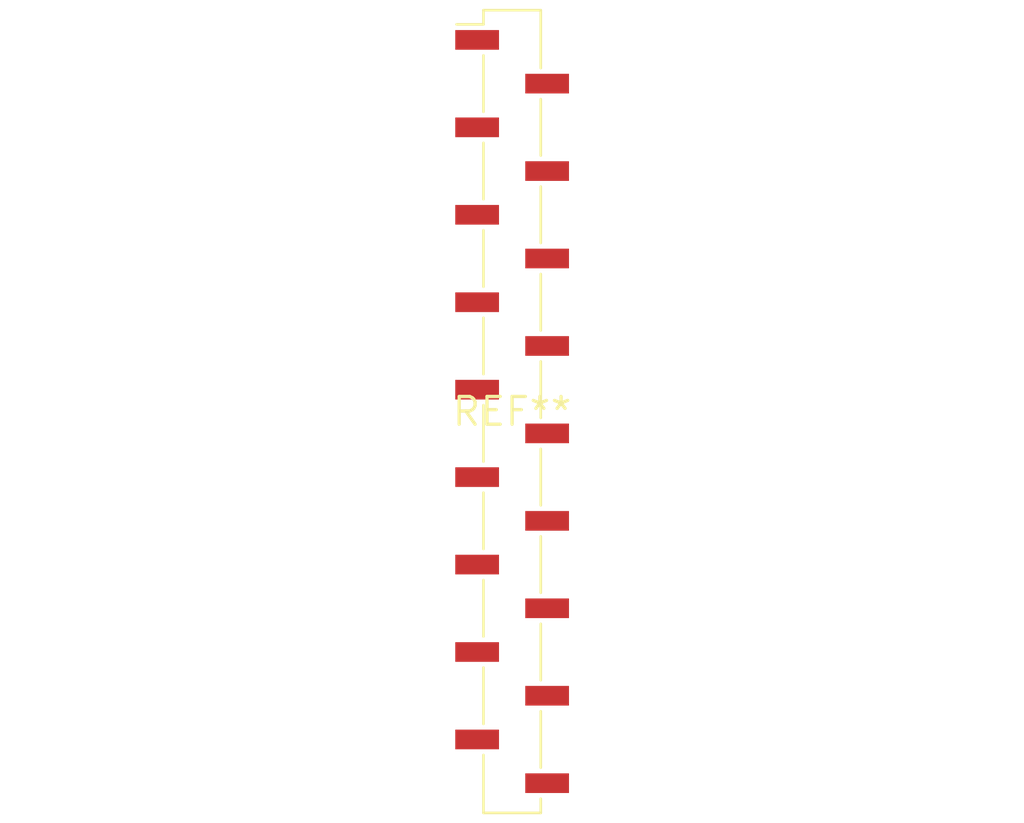
<source format=kicad_pcb>
(kicad_pcb (version 20240108) (generator pcbnew)
  (layers (0 "F.Cu" signal) (31 "B.Cu" signal) (34 "B.Paste" user) (35 "F.Paste" user) (36 "B.SilkS" user "B.Silkscreen") (37 "F.SilkS" user "F.Silkscreen") (38 "B.Mask" user) (39 "F.Mask" user) (44 "Edge.Cuts" user))
  (net 0 "")
  (footprint "PinSocket_1x18_P2.00mm_Vertical_SMD_Pin1Left" (layer "F.Cu") (at 0 0)
    (property "Reference" "REF**")
    (property "Value" "PinSocket_1x18_P2.00mm_Vertical_SMD_Pin1Left")
    (fp_line (start -2.54 -17.71) (end -1.31 -17.71) (layer "F.SilkS") (stroke (width 0.12)))
    (fp_line (start -1.31 -18.36) (end -1.31 -17.71) (layer "F.SilkS") (stroke (width 0.12)))
    (fp_line (start -1.31 -18.36) (end 1.31 -18.36) (layer "F.SilkS") (stroke (width 0.12)))
    (fp_line (start -1.31 -16.29) (end -1.31 -13.71) (layer "F.SilkS") (stroke (width 0.12)))
    (fp_line (start -1.31 -12.29) (end -1.31 -9.71) (layer "F.SilkS") (stroke (width 0.12)))
    (fp_line (start -1.31 -8.29) (end -1.31 -5.71) (layer "F.SilkS") (stroke (width 0.12)))
    (fp_line (start -1.31 -4.29) (end -1.31 -1.71) (layer "F.SilkS") (stroke (width 0.12)))
    (fp_line (start -1.31 -0.29) (end -1.31 2.29) (layer "F.SilkS") (stroke (width 0.12)))
    (fp_line (start -1.31 3.71) (end -1.31 6.29) (layer "F.SilkS") (stroke (width 0.12)))
    (fp_line (start -1.31 7.71) (end -1.31 10.29) (layer "F.SilkS") (stroke (width 0.12)))
    (fp_line (start -1.31 11.71) (end -1.31 14.29) (layer "F.SilkS") (stroke (width 0.12)))
    (fp_line (start -1.31 15.71) (end -1.31 18.36) (layer "F.SilkS") (stroke (width 0.12)))
    (fp_line (start -1.31 18.36) (end 1.31 18.36) (layer "F.SilkS") (stroke (width 0.12)))
    (fp_line (start 1.31 -18.36) (end 1.31 -15.71) (layer "F.SilkS") (stroke (width 0.12)))
    (fp_line (start 1.31 -14.29) (end 1.31 -11.71) (layer "F.SilkS") (stroke (width 0.12)))
    (fp_line (start 1.31 -10.29) (end 1.31 -7.71) (layer "F.SilkS") (stroke (width 0.12)))
    (fp_line (start 1.31 -6.29) (end 1.31 -3.71) (layer "F.SilkS") (stroke (width 0.12)))
    (fp_line (start 1.31 -2.29) (end 1.31 0.29) (layer "F.SilkS") (stroke (width 0.12)))
    (fp_line (start 1.31 1.71) (end 1.31 4.29) (layer "F.SilkS") (stroke (width 0.12)))
    (fp_line (start 1.31 5.71) (end 1.31 8.29) (layer "F.SilkS") (stroke (width 0.12)))
    (fp_line (start 1.31 9.71) (end 1.31 12.29) (layer "F.SilkS") (stroke (width 0.12)))
    (fp_line (start 1.31 13.71) (end 1.31 16.29) (layer "F.SilkS") (stroke (width 0.12)))
    (fp_line (start 1.31 17.71) (end 1.31 18.36) (layer "F.SilkS") (stroke (width 0.12)))
    (pad "1" smd rect (at -1.6 -17) (size 2 0.9) (layers "F.Cu" "F.Paste" "F.Mask"))
    (pad "2" smd rect (at 1.6 -15) (size 2 0.9) (layers "F.Cu" "F.Paste" "F.Mask"))
    (pad "3" smd rect (at -1.6 -13) (size 2 0.9) (layers "F.Cu" "F.Paste" "F.Mask"))
    (pad "4" smd rect (at 1.6 -11) (size 2 0.9) (layers "F.Cu" "F.Paste" "F.Mask"))
    (pad "5" smd rect (at -1.6 -9) (size 2 0.9) (layers "F.Cu" "F.Paste" "F.Mask"))
    (pad "6" smd rect (at 1.6 -7) (size 2 0.9) (layers "F.Cu" "F.Paste" "F.Mask"))
    (pad "7" smd rect (at -1.6 -5) (size 2 0.9) (layers "F.Cu" "F.Paste" "F.Mask"))
    (pad "8" smd rect (at 1.6 -3) (size 2 0.9) (layers "F.Cu" "F.Paste" "F.Mask"))
    (pad "9" smd rect (at -1.6 -1) (size 2 0.9) (layers "F.Cu" "F.Paste" "F.Mask"))
    (pad "10" smd rect (at 1.6 1) (size 2 0.9) (layers "F.Cu" "F.Paste" "F.Mask"))
    (pad "11" smd rect (at -1.6 3) (size 2 0.9) (layers "F.Cu" "F.Paste" "F.Mask"))
    (pad "12" smd rect (at 1.6 5) (size 2 0.9) (layers "F.Cu" "F.Paste" "F.Mask"))
    (pad "13" smd rect (at -1.6 7) (size 2 0.9) (layers "F.Cu" "F.Paste" "F.Mask"))
    (pad "14" smd rect (at 1.6 9) (size 2 0.9) (layers "F.Cu" "F.Paste" "F.Mask"))
    (pad "15" smd rect (at -1.6 11) (size 2 0.9) (layers "F.Cu" "F.Paste" "F.Mask"))
    (pad "16" smd rect (at 1.6 13) (size 2 0.9) (layers "F.Cu" "F.Paste" "F.Mask"))
    (pad "17" smd rect (at -1.6 15) (size 2 0.9) (layers "F.Cu" "F.Paste" "F.Mask"))
    (pad "18" smd rect (at 1.6 17) (size 2 0.9) (layers "F.Cu" "F.Paste" "F.Mask"))
  )
)
</source>
